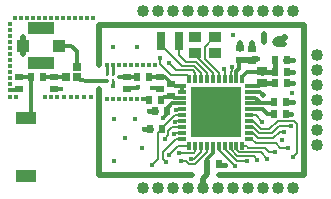
<source format=gtl>
G04 Layer_Physical_Order=1*
G04 Layer_Color=255*
%FSLAX25Y25*%
%MOIN*%
G70*
G01*
G75*
%ADD10C,0.01409*%
%ADD11R,0.02598X0.02598*%
%ADD12R,0.02400X0.02600*%
%ADD13R,0.02600X0.02400*%
%ADD14R,0.03200X0.02900*%
%ADD15C,0.02000*%
%ADD16R,0.07087X0.03937*%
%ADD17R,0.03937X0.03543*%
%ADD18R,0.03150X0.05906*%
%ADD19R,0.03937X0.03937*%
%ADD20R,0.08661X0.04134*%
%ADD21R,0.01181X0.02559*%
%ADD22R,0.02559X0.01181*%
%ADD23R,0.16535X0.16535*%
%ADD24R,0.00984X0.00984*%
%ADD25R,0.00984X0.01280*%
%ADD26C,0.02000*%
%ADD27C,0.00600*%
%ADD28C,0.01200*%
%ADD29C,0.01600*%
%ADD30C,0.02400*%
%ADD31C,0.01300*%
%ADD32C,0.01000*%
%ADD33C,0.01600*%
%ADD34C,0.04000*%
%ADD35C,0.02400*%
D10*
X310501Y390186D02*
G03*
X313184Y389075I2683J2683D01*
G01*
X288398Y385792D02*
X290820D01*
X291411Y386383D02*
X291793D01*
X291911Y386501D01*
X304555Y400744D02*
X308798D01*
X310521Y399021D01*
Y393735D02*
Y399021D01*
X295179Y390149D02*
Y390249D01*
X295155Y390273D02*
X295179Y390249D01*
X291361Y390273D02*
X295155D01*
X293743Y376477D02*
Y376874D01*
X295179D01*
Y390149D01*
X341227Y383467D02*
X341741Y383981D01*
X339490Y383467D02*
X341227D01*
X338699Y382676D02*
X339490Y383467D01*
X338627Y382676D02*
X338699D01*
X338399D02*
X338627D01*
X342343Y383981D02*
X342393D01*
X342186Y387847D02*
X342393D01*
Y387751D02*
Y387847D01*
Y387751D02*
X342510Y387634D01*
X343017D01*
X343293Y387358D01*
X345778D01*
Y385390D02*
Y387358D01*
X329895Y390198D02*
X330040D01*
X310505Y390190D02*
X310507Y390192D01*
X303061Y390231D02*
X303461D01*
X303506Y390186D01*
X306957D01*
X299179Y390149D02*
X302979D01*
X303061Y390231D01*
X335659Y386466D02*
X337767D01*
X327856Y386696D02*
X330889D01*
X327854Y386694D02*
X327856Y386696D01*
X329893Y390200D02*
X329895Y390198D01*
X335620Y386505D02*
X335659Y386466D01*
X337767Y390238D02*
X337783Y390222D01*
X337751D02*
X337767Y390238D01*
X335227Y390222D02*
X337751D01*
X337783D01*
X303061Y386231D02*
X305415D01*
X330889Y386696D02*
X331004Y386811D01*
X332615Y382892D02*
X334463D01*
X313184Y389075D02*
X320669D01*
X290820Y385792D02*
X291411Y386383D01*
X334463Y382892D02*
X334767Y382588D01*
X324606Y390200D02*
X329893D01*
X341741Y383981D02*
X342343D01*
X339811Y390222D02*
X342186Y387847D01*
X337783Y390222D02*
X339811D01*
D11*
X310501Y390186D02*
D03*
X306957D02*
D03*
X310505Y393734D02*
D03*
Y390190D02*
D03*
D12*
X353900Y361400D02*
D03*
X357900D02*
D03*
X376510Y388171D02*
D03*
X380510D02*
D03*
X376489Y395967D02*
D03*
X380489D02*
D03*
X334856Y373060D02*
D03*
X338856D02*
D03*
X376323Y381870D02*
D03*
X380323D02*
D03*
X376509Y392079D02*
D03*
X380509D02*
D03*
X336673Y378798D02*
D03*
X340673D02*
D03*
X376365Y377961D02*
D03*
X380365D02*
D03*
X334627Y382676D02*
D03*
X338627D02*
D03*
X295179Y390149D02*
D03*
X299179D02*
D03*
X334776Y390256D02*
D03*
X330776D02*
D03*
D13*
X364963Y399790D02*
D03*
Y395790D02*
D03*
X338189Y386386D02*
D03*
Y390386D02*
D03*
X327264Y386287D02*
D03*
Y390287D02*
D03*
X368955Y399769D02*
D03*
Y395769D02*
D03*
X342028Y384024D02*
D03*
Y388024D02*
D03*
X291361Y386273D02*
D03*
Y390273D02*
D03*
X303061Y386231D02*
D03*
Y390231D02*
D03*
D14*
X372300Y388200D02*
D03*
Y392200D02*
D03*
D15*
X372726Y384402D02*
D03*
D16*
X293743Y357185D02*
D03*
Y376477D02*
D03*
D17*
X356541Y398388D02*
D03*
Y403506D02*
D03*
X349849Y398388D02*
D03*
Y403506D02*
D03*
D18*
X338679Y402268D02*
D03*
X344585D02*
D03*
D19*
X292743Y400744D02*
D03*
X304555D02*
D03*
D20*
X298649Y406551D02*
D03*
Y394937D02*
D03*
D21*
X348042Y367378D02*
D03*
X357884D02*
D03*
X353947D02*
D03*
X363790D02*
D03*
X355916D02*
D03*
X365758Y389622D02*
D03*
X361821D02*
D03*
X359853D02*
D03*
X357884D02*
D03*
X355916D02*
D03*
X351979D02*
D03*
X353947D02*
D03*
X350010D02*
D03*
X348042D02*
D03*
X363790D02*
D03*
X365758Y367378D02*
D03*
X361821D02*
D03*
X359853D02*
D03*
X351979D02*
D03*
X350010D02*
D03*
D22*
X345778Y371610D02*
D03*
Y373579D02*
D03*
X368022Y377516D02*
D03*
X345778Y369642D02*
D03*
X368022Y379484D02*
D03*
Y381453D02*
D03*
Y383421D02*
D03*
Y385390D02*
D03*
Y387358D02*
D03*
X345778Y383421D02*
D03*
Y387358D02*
D03*
Y385390D02*
D03*
Y379484D02*
D03*
Y381453D02*
D03*
Y377516D02*
D03*
Y375547D02*
D03*
X368022D02*
D03*
Y373579D02*
D03*
Y371610D02*
D03*
Y369642D02*
D03*
D23*
X356900Y378500D02*
D03*
D24*
X385044Y357571D02*
D03*
D25*
X324606Y390207D02*
D03*
X320669Y389075D02*
D03*
Y391339D02*
D03*
X322638D02*
D03*
Y389075D02*
D03*
D26*
X368748Y395790D02*
X368955Y395997D01*
X353910Y357802D02*
Y361400D01*
X352500Y356392D02*
X353910Y357802D01*
X352500Y353192D02*
Y356392D01*
X336673Y378798D02*
Y378870D01*
X364900Y399625D02*
X364963Y399562D01*
X368955Y400929D02*
Y401640D01*
X372820Y401976D02*
Y404487D01*
X376634Y401976D02*
X377491Y402833D01*
X378843D01*
X377437Y401173D02*
X379491D01*
X376634Y401976D02*
X377437Y401173D01*
X364735Y395790D02*
X364963D01*
X369258Y396300D02*
X370700D01*
X364963Y395790D02*
X368748D01*
X318115Y357692D02*
X320115D01*
X322115D01*
X324115D01*
X326115D01*
X328115D01*
X349115D01*
X292743Y397852D02*
Y400744D01*
Y403652D01*
X368955Y399541D02*
Y399769D01*
Y400929D01*
X318115Y357692D02*
Y358392D01*
Y360392D01*
Y362392D01*
Y364392D01*
Y366392D01*
Y368392D01*
Y370392D01*
Y372392D01*
Y374392D01*
Y376392D01*
Y378392D01*
Y380392D01*
Y382392D01*
Y400192D02*
Y402192D01*
Y404192D01*
X322015Y407692D02*
X324015D01*
X386215Y357692D02*
Y357782D01*
Y359664D01*
X386125Y357692D02*
X386215D01*
X318115Y407692D02*
X320015D01*
X322015D01*
X318115Y406192D02*
Y407692D01*
Y404192D02*
Y406192D01*
X326015Y407692D02*
X328015D01*
X324015D02*
X326015D01*
X318115Y398192D02*
Y400192D01*
Y396192D02*
Y398192D01*
Y394192D02*
Y396192D01*
Y382392D02*
Y384392D01*
Y386392D01*
X357815Y357692D02*
X386125D01*
X386215Y359664D02*
Y403723D01*
X364900Y399625D02*
Y401661D01*
X328015Y407692D02*
X386215D01*
Y403723D02*
Y407692D01*
D27*
X341200Y364280D02*
X342332Y365412D01*
X342348D01*
X344314Y367378D01*
X348042D01*
X342915Y371399D02*
X343099D01*
X343310Y371610D01*
X345778D01*
X339802Y369519D02*
X341126Y370843D01*
Y372332D01*
X342373Y373579D01*
X345778D01*
X368022Y377516D02*
X370141D01*
X372300Y375357D01*
Y375299D02*
Y375357D01*
X357884Y365806D02*
Y367378D01*
Y365806D02*
X363148Y360542D01*
X345345Y362336D02*
X346945D01*
X347989Y361292D01*
X349941D01*
X353947Y365298D01*
Y367378D01*
X343698Y369642D02*
X345778D01*
X339256Y365200D02*
X343698Y369642D01*
X339256Y363051D02*
Y365200D01*
Y363051D02*
X340438Y361869D01*
X371947Y365198D02*
X374056Y363089D01*
X364795Y365198D02*
X371947D01*
X363790Y366203D02*
X364795Y365198D01*
X363790Y366203D02*
Y367378D01*
X353900Y361400D02*
X353910D01*
X362235Y392380D02*
Y393480D01*
X361821Y391966D02*
X362235Y392380D01*
X361821Y389622D02*
Y391966D01*
X359853Y389622D02*
Y392747D01*
X356344Y403506D02*
X356541D01*
X353224Y400386D02*
X356344Y403506D01*
X357884Y389622D02*
Y391702D01*
X355916Y389622D02*
Y391702D01*
X350230Y397388D02*
Y398007D01*
X349849Y398388D02*
X350230Y398007D01*
X351979Y389622D02*
Y391652D01*
X338679Y400890D02*
Y402268D01*
X353947Y389622D02*
Y391653D01*
X344585Y397687D02*
Y402268D01*
X348042Y389622D02*
Y390258D01*
X364963Y399562D02*
Y399790D01*
X357948Y361400D02*
Y361676D01*
X357900Y361400D02*
X357948D01*
X351792Y373392D02*
X356900Y378500D01*
X351750Y373392D02*
X351792D01*
X386397Y357964D02*
Y359482D01*
X385076Y357539D02*
X385972D01*
X385044Y357571D02*
X385076Y357539D01*
X334463Y382676D02*
Y382892D01*
Y382676D02*
X334627D01*
X291683Y386273D02*
X291793Y386383D01*
X291361Y386273D02*
X291683D01*
X372820Y401976D02*
X372862D01*
X310521Y393734D02*
Y393735D01*
X310505Y393734D02*
X310521D01*
X342393Y383953D02*
Y383981D01*
X342186Y387953D02*
X342393D01*
X337767Y390466D02*
X337783D01*
X343599Y379380D02*
X343703Y379484D01*
X345778D01*
X340445Y378798D02*
X340673D01*
X376634Y401976D02*
X376862D01*
X368955Y395769D02*
Y395997D01*
X335703Y361094D02*
X337660Y363051D01*
Y371677D01*
X338856Y373060D02*
X339043D01*
X343249Y377516D02*
X345778D01*
X339043Y373310D02*
X343249Y377516D01*
X339043Y373060D02*
Y373310D01*
X343452Y375306D02*
X343693Y375547D01*
X345778D01*
X368022D02*
X369349D01*
X372005Y372891D01*
X374736D01*
X377518Y375673D01*
X383109D01*
X384064Y374718D01*
Y365001D02*
Y374718D01*
X382712Y363649D02*
X384064Y365001D01*
X377825Y373792D02*
X382045D01*
X375626Y371593D02*
X377825Y373792D01*
X371204Y371593D02*
X375626D01*
X369218Y373579D02*
X371204Y371593D01*
X368022Y373579D02*
X369218D01*
X378191Y372092D02*
X379745D01*
X376086Y369987D02*
X378191Y372092D01*
X371048Y369987D02*
X376086D01*
X369425Y371610D02*
X371048Y369987D01*
X368022Y371610D02*
X369425D01*
X378309Y366732D02*
X381117D01*
X376880Y368161D02*
X378309Y366732D01*
X370192Y368161D02*
X376880D01*
X368711Y369642D02*
X370192Y368161D01*
X368022Y369642D02*
X368711D01*
X365758Y367378D02*
X367149D01*
X367750Y366777D01*
X373286D01*
X374634Y365429D01*
X376542D01*
X369473Y363967D02*
X370790Y362650D01*
X364034Y363967D02*
X369473D01*
X361821Y366180D02*
X364034Y363967D01*
X361821Y366180D02*
Y367378D01*
X363893Y362163D02*
X367445D01*
X359853Y366203D02*
X363893Y362163D01*
X359853Y366203D02*
Y367378D01*
X348745Y362992D02*
X349673D01*
X351979Y365298D01*
Y367378D01*
X344600Y365000D02*
X349535D01*
X350010Y365475D01*
Y367378D01*
X326075Y390466D02*
X326115D01*
X386215Y357782D02*
X386397Y357964D01*
X386156Y359723D02*
X386215Y359664D01*
X386397Y359482D01*
X385972Y357539D02*
X386125Y357692D01*
X386215Y357782D01*
X337660Y371677D02*
X339043Y373060D01*
X338442Y394648D02*
X342090Y391000D01*
X338442Y394648D02*
Y396448D01*
X341222Y394780D02*
X343511Y392491D01*
X349221D02*
X350010Y391702D01*
Y389622D02*
Y391702D01*
X359612Y392988D02*
X359853Y392747D01*
X353224Y396362D02*
Y400386D01*
Y396362D02*
X357884Y391702D01*
X350230Y397388D02*
X355916Y391702D01*
X344585Y397687D02*
X346954Y395318D01*
X350282D01*
X353947Y391653D01*
X345496Y394073D02*
X349558D01*
X351979Y391652D01*
X342090Y391000D02*
X347300D01*
X348042Y390258D01*
X343511Y392491D02*
X349221D01*
X338679Y400890D02*
X345496Y394073D01*
X342186Y387847D02*
Y387953D01*
X337783Y390222D02*
Y390466D01*
D28*
X355916Y364998D02*
Y367378D01*
X353910Y362992D02*
X355916Y364998D01*
X353910Y361400D02*
Y362992D01*
X368022Y379484D02*
X372542D01*
X374065Y377961D01*
X376365D01*
X376593D01*
X368022Y381453D02*
X371862D01*
X368022Y383421D02*
X369932D01*
X371862Y381491D01*
Y381453D02*
Y381491D01*
Y381453D02*
X376222D01*
X371739Y385389D02*
X372726Y384402D01*
X370403Y385389D02*
X371739D01*
X370402Y385390D02*
X370403Y385389D01*
X368022Y385390D02*
X370402D01*
X372300Y388200D02*
X372329Y388171D01*
X368022Y387358D02*
X371458D01*
X372300Y388200D01*
X365758Y389622D02*
Y390311D01*
X367419Y391972D01*
X372300D01*
X340445Y378299D02*
Y378798D01*
X340409Y378263D02*
X340445Y378299D01*
X340409Y377525D02*
Y378263D01*
X339419Y376535D02*
X340409Y377525D01*
X342382Y381453D02*
X345778D01*
X340269Y379340D02*
X342382Y381453D01*
X340269Y379198D02*
Y379340D01*
Y379198D02*
X340369Y379098D01*
X340445D01*
Y378798D02*
Y379098D01*
X364700Y395755D02*
X364735Y395790D01*
X364700Y393029D02*
Y395755D01*
X363790Y392119D02*
X364700Y393029D01*
X363790Y389622D02*
Y392119D01*
X370700Y396300D02*
X371054D01*
X368955Y395997D02*
X369258Y396300D01*
D29*
X372329Y388171D02*
X376510D01*
X372421Y392079D02*
X376509D01*
X372300Y392200D02*
X372421Y392079D01*
X376489Y395967D02*
X376509Y395947D01*
Y392079D02*
Y395947D01*
X336673Y378870D02*
X336901Y379098D01*
X380209Y392239D02*
X380369Y392079D01*
X380100Y396056D02*
X380189Y395967D01*
X358683Y360941D02*
X360119D01*
X381212Y377961D02*
X381213Y377962D01*
X381992D01*
X382025Y377995D01*
X334579Y378798D02*
X336673D01*
X382508Y388171D02*
X382512Y388175D01*
X380510Y388171D02*
X382508D01*
X382459Y395967D02*
X382495Y396003D01*
X382471Y392079D02*
X382512Y392038D01*
X332852Y373060D02*
X334856D01*
X335284D01*
X380137Y377961D02*
X380365D01*
X381212D01*
X380095Y381870D02*
X380323D01*
X382514D01*
X380369Y392079D02*
X380509D01*
X382471D01*
X380189Y395967D02*
X380489D01*
X382459D01*
X357948Y361676D02*
X358683Y360941D01*
D30*
X372300Y391972D02*
Y392200D01*
X378843Y402833D02*
X379491Y403481D01*
D31*
X342903Y383421D02*
X345778D01*
X342343Y383981D02*
X342903Y383421D01*
D32*
X320669Y391339D02*
Y394138D01*
X322638Y391339D02*
Y394169D01*
X320615Y394192D02*
X320669Y394138D01*
X322615Y394192D02*
X322638Y394169D01*
Y387205D02*
Y389075D01*
X368200Y400174D02*
X368955Y400929D01*
D33*
X341200Y364280D02*
D03*
X342915Y371399D02*
D03*
X339802Y369519D02*
D03*
X372300Y375299D02*
D03*
X363148Y360542D02*
D03*
X345345Y362336D02*
D03*
X340438Y361869D02*
D03*
X374056Y363089D02*
D03*
X362703Y404407D02*
D03*
X362235Y393480D02*
D03*
X322975Y362392D02*
D03*
X332156Y366579D02*
D03*
X326726Y369995D02*
D03*
X329902Y376416D02*
D03*
X322975Y376392D02*
D03*
X330615Y400192D02*
D03*
X290465Y383582D02*
D03*
X328115Y357692D02*
D03*
X326115D02*
D03*
X324115D02*
D03*
X322115D02*
D03*
X320115D02*
D03*
X318115Y358392D02*
D03*
X322615Y400192D02*
D03*
X288398Y403792D02*
D03*
Y405792D02*
D03*
Y407792D02*
D03*
Y395792D02*
D03*
Y397792D02*
D03*
Y399792D02*
D03*
Y401792D02*
D03*
Y393792D02*
D03*
Y391792D02*
D03*
Y389792D02*
D03*
Y387792D02*
D03*
Y385792D02*
D03*
Y383582D02*
D03*
X301935D02*
D03*
X299815Y383642D02*
D03*
X328015Y407692D02*
D03*
X324015D02*
D03*
X322015D02*
D03*
X292743Y403652D02*
D03*
Y397852D02*
D03*
X301357Y394789D02*
D03*
X296157D02*
D03*
X298757D02*
D03*
X301357Y406489D02*
D03*
X298757D02*
D03*
X296157D02*
D03*
X312095Y409792D02*
D03*
X316095D02*
D03*
X310098D02*
D03*
X308098D02*
D03*
X306098D02*
D03*
X304098D02*
D03*
X302098D02*
D03*
X300098D02*
D03*
X298098D02*
D03*
X296098D02*
D03*
X294098D02*
D03*
X292098D02*
D03*
X290098D02*
D03*
X314035D02*
D03*
X386156Y403723D02*
D03*
Y405723D02*
D03*
Y407723D02*
D03*
Y363723D02*
D03*
Y361723D02*
D03*
Y359723D02*
D03*
X318115Y360392D02*
D03*
Y362392D02*
D03*
Y364392D02*
D03*
Y366392D02*
D03*
Y368392D02*
D03*
Y370392D02*
D03*
Y372392D02*
D03*
Y374392D02*
D03*
Y376392D02*
D03*
Y378392D02*
D03*
Y380392D02*
D03*
Y382392D02*
D03*
Y400192D02*
D03*
Y402192D02*
D03*
Y404192D02*
D03*
X368955Y401640D02*
D03*
X364900Y401661D02*
D03*
X382297Y384874D02*
D03*
X382514Y381870D02*
D03*
X334579Y378798D02*
D03*
X360119Y360941D02*
D03*
X372820Y404487D02*
D03*
X382495Y396003D02*
D03*
X382512Y392038D02*
D03*
Y388175D02*
D03*
X382025Y377995D02*
D03*
X332852Y373060D02*
D03*
X343599Y379380D02*
D03*
X379491Y401173D02*
D03*
Y403481D02*
D03*
X371054Y396300D02*
D03*
X339419Y376535D02*
D03*
X335703Y361094D02*
D03*
X378976Y369196D02*
D03*
X343452Y375306D02*
D03*
X382712Y363649D02*
D03*
X382045Y373792D02*
D03*
X379745Y372092D02*
D03*
X381117Y366732D02*
D03*
X376542Y365429D02*
D03*
X370790Y362650D02*
D03*
X367445Y362163D02*
D03*
X348745Y362992D02*
D03*
X344600Y365000D02*
D03*
X335620Y386505D02*
D03*
X338442Y396448D02*
D03*
X341222Y394780D02*
D03*
X359612Y392988D02*
D03*
X336615Y394192D02*
D03*
X320015Y407692D02*
D03*
X318115Y406192D02*
D03*
X326015Y407692D02*
D03*
X328615Y394192D02*
D03*
X324615D02*
D03*
X326615D02*
D03*
X330615D02*
D03*
X320615D02*
D03*
X318115Y396192D02*
D03*
Y398192D02*
D03*
Y394192D02*
D03*
X322615D02*
D03*
X334615D02*
D03*
X332615D02*
D03*
X318115Y384392D02*
D03*
X305415Y386231D02*
D03*
X304005Y383582D02*
D03*
X324615Y382892D02*
D03*
X331004Y386811D02*
D03*
X326615Y382892D02*
D03*
X328615D02*
D03*
X330615D02*
D03*
X332615D02*
D03*
X320615D02*
D03*
X306255Y383542D02*
D03*
X308505Y383662D02*
D03*
X310655Y383622D02*
D03*
X322615Y382892D02*
D03*
X315245Y383562D02*
D03*
X312865Y383582D02*
D03*
X318115Y386392D02*
D03*
X322638Y387205D02*
D03*
D34*
X342500Y353192D02*
D03*
X362500Y412278D02*
D03*
X367500D02*
D03*
X342500D02*
D03*
X347500D02*
D03*
Y353192D02*
D03*
X337500D02*
D03*
X377500D02*
D03*
X352500D02*
D03*
X377500Y412278D02*
D03*
X352500D02*
D03*
X337500D02*
D03*
X332500D02*
D03*
X382500D02*
D03*
X357500D02*
D03*
Y353192D02*
D03*
X332500D02*
D03*
X390789Y397719D02*
D03*
Y387719D02*
D03*
X372500Y412278D02*
D03*
X390789Y382719D02*
D03*
Y377719D02*
D03*
Y372719D02*
D03*
Y367719D02*
D03*
X382500Y353192D02*
D03*
X372500D02*
D03*
X367500D02*
D03*
X362500D02*
D03*
X390789Y392719D02*
D03*
D35*
X362045Y373392D02*
D03*
Y378492D02*
D03*
Y383619D02*
D03*
X356931Y373392D02*
D03*
Y378492D02*
D03*
Y383619D02*
D03*
X351750Y373392D02*
D03*
Y378492D02*
D03*
Y383619D02*
D03*
M02*

</source>
